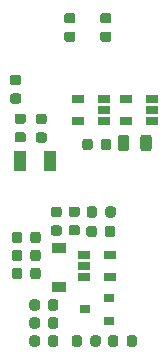
<source format=gbr>
G04 #@! TF.GenerationSoftware,KiCad,Pcbnew,(5.1.9)-1*
G04 #@! TF.CreationDate,2021-01-24T00:06:14-06:00*
G04 #@! TF.ProjectId,BlueMicro840,426c7565-4d69-4637-926f-3834302e6b69,rev?*
G04 #@! TF.SameCoordinates,Original*
G04 #@! TF.FileFunction,Paste,Top*
G04 #@! TF.FilePolarity,Positive*
%FSLAX46Y46*%
G04 Gerber Fmt 4.6, Leading zero omitted, Abs format (unit mm)*
G04 Created by KiCad (PCBNEW (5.1.9)-1) date 2021-01-24 00:06:14*
%MOMM*%
%LPD*%
G01*
G04 APERTURE LIST*
%ADD10R,1.000000X1.800000*%
%ADD11R,1.060000X0.650000*%
%ADD12R,1.200000X0.900000*%
%ADD13R,0.900000X0.800000*%
G04 APERTURE END LIST*
G36*
G01*
X101572033Y-138512525D02*
X101572033Y-139025025D01*
G75*
G02*
X101353283Y-139243775I-218750J0D01*
G01*
X100915783Y-139243775D01*
G75*
G02*
X100697033Y-139025025I0J218750D01*
G01*
X100697033Y-138512525D01*
G75*
G02*
X100915783Y-138293775I218750J0D01*
G01*
X101353283Y-138293775D01*
G75*
G02*
X101572033Y-138512525I0J-218750D01*
G01*
G37*
G36*
G01*
X99997033Y-138512525D02*
X99997033Y-139025025D01*
G75*
G02*
X99778283Y-139243775I-218750J0D01*
G01*
X99340783Y-139243775D01*
G75*
G02*
X99122033Y-139025025I0J218750D01*
G01*
X99122033Y-138512525D01*
G75*
G02*
X99340783Y-138293775I218750J0D01*
G01*
X99778283Y-138293775D01*
G75*
G02*
X99997033Y-138512525I0J-218750D01*
G01*
G37*
G36*
G01*
X103973533Y-128103025D02*
X103973533Y-127590525D01*
G75*
G02*
X104192283Y-127371775I218750J0D01*
G01*
X104629783Y-127371775D01*
G75*
G02*
X104848533Y-127590525I0J-218750D01*
G01*
X104848533Y-128103025D01*
G75*
G02*
X104629783Y-128321775I-218750J0D01*
G01*
X104192283Y-128321775D01*
G75*
G02*
X103973533Y-128103025I0J218750D01*
G01*
G37*
G36*
G01*
X105548533Y-128103025D02*
X105548533Y-127590525D01*
G75*
G02*
X105767283Y-127371775I218750J0D01*
G01*
X106204783Y-127371775D01*
G75*
G02*
X106423533Y-127590525I0J-218750D01*
G01*
X106423533Y-128103025D01*
G75*
G02*
X106204783Y-128321775I-218750J0D01*
G01*
X105767283Y-128321775D01*
G75*
G02*
X105548533Y-128103025I0J218750D01*
G01*
G37*
D10*
X98360533Y-123528775D03*
X100860533Y-123528775D03*
D11*
X107273533Y-120160775D03*
X107273533Y-118260775D03*
X109473533Y-118260775D03*
X109473533Y-119210775D03*
X109473533Y-120160775D03*
X103717533Y-131468775D03*
X103717533Y-132418775D03*
X103717533Y-133368775D03*
X105917533Y-133368775D03*
X105917533Y-131468775D03*
G36*
G01*
X105777034Y-139025025D02*
X105777034Y-138512525D01*
G75*
G02*
X105995784Y-138293775I218750J0D01*
G01*
X106433284Y-138293775D01*
G75*
G02*
X106652034Y-138512525I0J-218750D01*
G01*
X106652034Y-139025025D01*
G75*
G02*
X106433284Y-139243775I-218750J0D01*
G01*
X105995784Y-139243775D01*
G75*
G02*
X105777034Y-139025025I0J218750D01*
G01*
G37*
G36*
G01*
X107352034Y-139025025D02*
X107352034Y-138512525D01*
G75*
G02*
X107570784Y-138293775I218750J0D01*
G01*
X108008284Y-138293775D01*
G75*
G02*
X108227034Y-138512525I0J-218750D01*
G01*
X108227034Y-139025025D01*
G75*
G02*
X108008284Y-139243775I-218750J0D01*
G01*
X107570784Y-139243775D01*
G75*
G02*
X107352034Y-139025025I0J218750D01*
G01*
G37*
G36*
G01*
X98596783Y-121959775D02*
X98084283Y-121959775D01*
G75*
G02*
X97865533Y-121741025I0J218750D01*
G01*
X97865533Y-121303525D01*
G75*
G02*
X98084283Y-121084775I218750J0D01*
G01*
X98596783Y-121084775D01*
G75*
G02*
X98815533Y-121303525I0J-218750D01*
G01*
X98815533Y-121741025D01*
G75*
G02*
X98596783Y-121959775I-218750J0D01*
G01*
G37*
G36*
G01*
X98596783Y-120384775D02*
X98084283Y-120384775D01*
G75*
G02*
X97865533Y-120166025I0J218750D01*
G01*
X97865533Y-119728525D01*
G75*
G02*
X98084283Y-119509775I218750J0D01*
G01*
X98596783Y-119509775D01*
G75*
G02*
X98815533Y-119728525I0J-218750D01*
G01*
X98815533Y-120166025D01*
G75*
G02*
X98596783Y-120384775I-218750J0D01*
G01*
G37*
G36*
G01*
X99862283Y-119535276D02*
X100374783Y-119535276D01*
G75*
G02*
X100593533Y-119754026I0J-218750D01*
G01*
X100593533Y-120191526D01*
G75*
G02*
X100374783Y-120410276I-218750J0D01*
G01*
X99862283Y-120410276D01*
G75*
G02*
X99643533Y-120191526I0J218750D01*
G01*
X99643533Y-119754026D01*
G75*
G02*
X99862283Y-119535276I218750J0D01*
G01*
G37*
G36*
G01*
X99862283Y-121110276D02*
X100374783Y-121110276D01*
G75*
G02*
X100593533Y-121329026I0J-218750D01*
G01*
X100593533Y-121766526D01*
G75*
G02*
X100374783Y-121985276I-218750J0D01*
G01*
X99862283Y-121985276D01*
G75*
G02*
X99643533Y-121766526I0J218750D01*
G01*
X99643533Y-121329026D01*
G75*
G02*
X99862283Y-121110276I218750J0D01*
G01*
G37*
G36*
G01*
X97703283Y-116233275D02*
X98215783Y-116233275D01*
G75*
G02*
X98434533Y-116452025I0J-218750D01*
G01*
X98434533Y-116889525D01*
G75*
G02*
X98215783Y-117108275I-218750J0D01*
G01*
X97703283Y-117108275D01*
G75*
G02*
X97484533Y-116889525I0J218750D01*
G01*
X97484533Y-116452025D01*
G75*
G02*
X97703283Y-116233275I218750J0D01*
G01*
G37*
G36*
G01*
X97703283Y-117808275D02*
X98215783Y-117808275D01*
G75*
G02*
X98434533Y-118027025I0J-218750D01*
G01*
X98434533Y-118464525D01*
G75*
G02*
X98215783Y-118683275I-218750J0D01*
G01*
X97703283Y-118683275D01*
G75*
G02*
X97484533Y-118464525I0J218750D01*
G01*
X97484533Y-118027025D01*
G75*
G02*
X97703283Y-117808275I218750J0D01*
G01*
G37*
G36*
G01*
X99997033Y-135464525D02*
X99997033Y-135977025D01*
G75*
G02*
X99778283Y-136195775I-218750J0D01*
G01*
X99340783Y-136195775D01*
G75*
G02*
X99122033Y-135977025I0J218750D01*
G01*
X99122033Y-135464525D01*
G75*
G02*
X99340783Y-135245775I218750J0D01*
G01*
X99778283Y-135245775D01*
G75*
G02*
X99997033Y-135464525I0J-218750D01*
G01*
G37*
G36*
G01*
X101572033Y-135464525D02*
X101572033Y-135977025D01*
G75*
G02*
X101353283Y-136195775I-218750J0D01*
G01*
X100915783Y-136195775D01*
G75*
G02*
X100697033Y-135977025I0J218750D01*
G01*
X100697033Y-135464525D01*
G75*
G02*
X100915783Y-135245775I218750J0D01*
G01*
X101353283Y-135245775D01*
G75*
G02*
X101572033Y-135464525I0J-218750D01*
G01*
G37*
G36*
G01*
X105167533Y-122388025D02*
X105167533Y-121875525D01*
G75*
G02*
X105386283Y-121656775I218750J0D01*
G01*
X105823783Y-121656775D01*
G75*
G02*
X106042533Y-121875525I0J-218750D01*
G01*
X106042533Y-122388025D01*
G75*
G02*
X105823783Y-122606775I-218750J0D01*
G01*
X105386283Y-122606775D01*
G75*
G02*
X105167533Y-122388025I0J218750D01*
G01*
G37*
G36*
G01*
X103592533Y-122388025D02*
X103592533Y-121875525D01*
G75*
G02*
X103811283Y-121656775I218750J0D01*
G01*
X104248783Y-121656775D01*
G75*
G02*
X104467533Y-121875525I0J-218750D01*
G01*
X104467533Y-122388025D01*
G75*
G02*
X104248783Y-122606775I-218750J0D01*
G01*
X103811283Y-122606775D01*
G75*
G02*
X103592533Y-122388025I0J218750D01*
G01*
G37*
G36*
G01*
X99198533Y-131786025D02*
X99198533Y-131273525D01*
G75*
G02*
X99417283Y-131054775I218750J0D01*
G01*
X99854783Y-131054775D01*
G75*
G02*
X100073533Y-131273525I0J-218750D01*
G01*
X100073533Y-131786025D01*
G75*
G02*
X99854783Y-132004775I-218750J0D01*
G01*
X99417283Y-132004775D01*
G75*
G02*
X99198533Y-131786025I0J218750D01*
G01*
G37*
G36*
G01*
X97623533Y-131786025D02*
X97623533Y-131273525D01*
G75*
G02*
X97842283Y-131054775I218750J0D01*
G01*
X98279783Y-131054775D01*
G75*
G02*
X98498533Y-131273525I0J-218750D01*
G01*
X98498533Y-131786025D01*
G75*
G02*
X98279783Y-132004775I-218750J0D01*
G01*
X97842283Y-132004775D01*
G75*
G02*
X97623533Y-131786025I0J218750D01*
G01*
G37*
G36*
G01*
X105523033Y-129754025D02*
X105523033Y-129241525D01*
G75*
G02*
X105741783Y-129022775I218750J0D01*
G01*
X106179283Y-129022775D01*
G75*
G02*
X106398033Y-129241525I0J-218750D01*
G01*
X106398033Y-129754025D01*
G75*
G02*
X106179283Y-129972775I-218750J0D01*
G01*
X105741783Y-129972775D01*
G75*
G02*
X105523033Y-129754025I0J218750D01*
G01*
G37*
G36*
G01*
X103948033Y-129754025D02*
X103948033Y-129241525D01*
G75*
G02*
X104166783Y-129022775I218750J0D01*
G01*
X104604283Y-129022775D01*
G75*
G02*
X104823033Y-129241525I0J-218750D01*
G01*
X104823033Y-129754025D01*
G75*
G02*
X104604283Y-129972775I-218750J0D01*
G01*
X104166783Y-129972775D01*
G75*
G02*
X103948033Y-129754025I0J218750D01*
G01*
G37*
G36*
G01*
X103168783Y-128258775D02*
X102656283Y-128258775D01*
G75*
G02*
X102437533Y-128040025I0J218750D01*
G01*
X102437533Y-127602525D01*
G75*
G02*
X102656283Y-127383775I218750J0D01*
G01*
X103168783Y-127383775D01*
G75*
G02*
X103387533Y-127602525I0J-218750D01*
G01*
X103387533Y-128040025D01*
G75*
G02*
X103168783Y-128258775I-218750J0D01*
G01*
G37*
G36*
G01*
X103168783Y-129833775D02*
X102656283Y-129833775D01*
G75*
G02*
X102437533Y-129615025I0J218750D01*
G01*
X102437533Y-129177525D01*
G75*
G02*
X102656283Y-128958775I218750J0D01*
G01*
X103168783Y-128958775D01*
G75*
G02*
X103387533Y-129177525I0J-218750D01*
G01*
X103387533Y-129615025D01*
G75*
G02*
X103168783Y-129833775I-218750J0D01*
G01*
G37*
G36*
G01*
X101644783Y-129859281D02*
X101132283Y-129859281D01*
G75*
G02*
X100913533Y-129640531I0J218750D01*
G01*
X100913533Y-129203031D01*
G75*
G02*
X101132283Y-128984281I218750J0D01*
G01*
X101644783Y-128984281D01*
G75*
G02*
X101863533Y-129203031I0J-218750D01*
G01*
X101863533Y-129640531D01*
G75*
G02*
X101644783Y-129859281I-218750J0D01*
G01*
G37*
G36*
G01*
X101644783Y-128284281D02*
X101132283Y-128284281D01*
G75*
G02*
X100913533Y-128065531I0J218750D01*
G01*
X100913533Y-127628031D01*
G75*
G02*
X101132283Y-127409281I218750J0D01*
G01*
X101644783Y-127409281D01*
G75*
G02*
X101863533Y-127628031I0J-218750D01*
G01*
X101863533Y-128065531D01*
G75*
G02*
X101644783Y-128284281I-218750J0D01*
G01*
G37*
G36*
G01*
X100073533Y-129749525D02*
X100073533Y-130262025D01*
G75*
G02*
X99854783Y-130480775I-218750J0D01*
G01*
X99417283Y-130480775D01*
G75*
G02*
X99198533Y-130262025I0J218750D01*
G01*
X99198533Y-129749525D01*
G75*
G02*
X99417283Y-129530775I218750J0D01*
G01*
X99854783Y-129530775D01*
G75*
G02*
X100073533Y-129749525I0J-218750D01*
G01*
G37*
G36*
G01*
X98498533Y-129749525D02*
X98498533Y-130262025D01*
G75*
G02*
X98279783Y-130480775I-218750J0D01*
G01*
X97842283Y-130480775D01*
G75*
G02*
X97623533Y-130262025I0J218750D01*
G01*
X97623533Y-129749525D01*
G75*
G02*
X97842283Y-129530775I218750J0D01*
G01*
X98279783Y-129530775D01*
G75*
G02*
X98498533Y-129749525I0J-218750D01*
G01*
G37*
G36*
G01*
X99997033Y-136988525D02*
X99997033Y-137501025D01*
G75*
G02*
X99778283Y-137719775I-218750J0D01*
G01*
X99340783Y-137719775D01*
G75*
G02*
X99122033Y-137501025I0J218750D01*
G01*
X99122033Y-136988525D01*
G75*
G02*
X99340783Y-136769775I218750J0D01*
G01*
X99778283Y-136769775D01*
G75*
G02*
X99997033Y-136988525I0J-218750D01*
G01*
G37*
G36*
G01*
X101572033Y-136988525D02*
X101572033Y-137501025D01*
G75*
G02*
X101353283Y-137719775I-218750J0D01*
G01*
X100915783Y-137719775D01*
G75*
G02*
X100697033Y-137501025I0J218750D01*
G01*
X100697033Y-136988525D01*
G75*
G02*
X100915783Y-136769775I218750J0D01*
G01*
X101353283Y-136769775D01*
G75*
G02*
X101572033Y-136988525I0J-218750D01*
G01*
G37*
G36*
G01*
X97623533Y-133310025D02*
X97623533Y-132797525D01*
G75*
G02*
X97842283Y-132578775I218750J0D01*
G01*
X98279783Y-132578775D01*
G75*
G02*
X98498533Y-132797525I0J-218750D01*
G01*
X98498533Y-133310025D01*
G75*
G02*
X98279783Y-133528775I-218750J0D01*
G01*
X97842283Y-133528775D01*
G75*
G02*
X97623533Y-133310025I0J218750D01*
G01*
G37*
G36*
G01*
X99198533Y-133310025D02*
X99198533Y-132797525D01*
G75*
G02*
X99417283Y-132578775I218750J0D01*
G01*
X99854783Y-132578775D01*
G75*
G02*
X100073533Y-132797525I0J-218750D01*
G01*
X100073533Y-133310025D01*
G75*
G02*
X99854783Y-133528775I-218750J0D01*
G01*
X99417283Y-133528775D01*
G75*
G02*
X99198533Y-133310025I0J218750D01*
G01*
G37*
G36*
G01*
X105153533Y-138512525D02*
X105153533Y-139025025D01*
G75*
G02*
X104934783Y-139243775I-218750J0D01*
G01*
X104497283Y-139243775D01*
G75*
G02*
X104278533Y-139025025I0J218750D01*
G01*
X104278533Y-138512525D01*
G75*
G02*
X104497283Y-138293775I218750J0D01*
G01*
X104934783Y-138293775D01*
G75*
G02*
X105153533Y-138512525I0J-218750D01*
G01*
G37*
G36*
G01*
X103578533Y-138512525D02*
X103578533Y-139025025D01*
G75*
G02*
X103359783Y-139243775I-218750J0D01*
G01*
X102922283Y-139243775D01*
G75*
G02*
X102703533Y-139025025I0J218750D01*
G01*
X102703533Y-138512525D01*
G75*
G02*
X102922283Y-138293775I218750J0D01*
G01*
X103359783Y-138293775D01*
G75*
G02*
X103578533Y-138512525I0J-218750D01*
G01*
G37*
D12*
X101642533Y-134196775D03*
X101642533Y-130896775D03*
D13*
X105817533Y-137051775D03*
X105817533Y-135151775D03*
X103817533Y-136101775D03*
G36*
G01*
X109466033Y-121548525D02*
X109466033Y-122461025D01*
G75*
G02*
X109222283Y-122704775I-243750J0D01*
G01*
X108734783Y-122704775D01*
G75*
G02*
X108491033Y-122461025I0J243750D01*
G01*
X108491033Y-121548525D01*
G75*
G02*
X108734783Y-121304775I243750J0D01*
G01*
X109222283Y-121304775D01*
G75*
G02*
X109466033Y-121548525I0J-243750D01*
G01*
G37*
G36*
G01*
X107591033Y-121548525D02*
X107591033Y-122461025D01*
G75*
G02*
X107347283Y-122704775I-243750J0D01*
G01*
X106859783Y-122704775D01*
G75*
G02*
X106616033Y-122461025I0J243750D01*
G01*
X106616033Y-121548525D01*
G75*
G02*
X106859783Y-121304775I243750J0D01*
G01*
X107347283Y-121304775D01*
G75*
G02*
X107591033Y-121548525I0J-243750D01*
G01*
G37*
G36*
G01*
X105835783Y-113450775D02*
X105323283Y-113450775D01*
G75*
G02*
X105104533Y-113232025I0J218750D01*
G01*
X105104533Y-112794525D01*
G75*
G02*
X105323283Y-112575775I218750J0D01*
G01*
X105835783Y-112575775D01*
G75*
G02*
X106054533Y-112794525I0J-218750D01*
G01*
X106054533Y-113232025D01*
G75*
G02*
X105835783Y-113450775I-218750J0D01*
G01*
G37*
G36*
G01*
X105835783Y-111875775D02*
X105323283Y-111875775D01*
G75*
G02*
X105104533Y-111657025I0J218750D01*
G01*
X105104533Y-111219525D01*
G75*
G02*
X105323283Y-111000775I218750J0D01*
G01*
X105835783Y-111000775D01*
G75*
G02*
X106054533Y-111219525I0J-218750D01*
G01*
X106054533Y-111657025D01*
G75*
G02*
X105835783Y-111875775I-218750J0D01*
G01*
G37*
G36*
G01*
X102787783Y-111875775D02*
X102275283Y-111875775D01*
G75*
G02*
X102056533Y-111657025I0J218750D01*
G01*
X102056533Y-111219525D01*
G75*
G02*
X102275283Y-111000775I218750J0D01*
G01*
X102787783Y-111000775D01*
G75*
G02*
X103006533Y-111219525I0J-218750D01*
G01*
X103006533Y-111657025D01*
G75*
G02*
X102787783Y-111875775I-218750J0D01*
G01*
G37*
G36*
G01*
X102787783Y-113450775D02*
X102275283Y-113450775D01*
G75*
G02*
X102056533Y-113232025I0J218750D01*
G01*
X102056533Y-112794525D01*
G75*
G02*
X102275283Y-112575775I218750J0D01*
G01*
X102787783Y-112575775D01*
G75*
G02*
X103006533Y-112794525I0J-218750D01*
G01*
X103006533Y-113232025D01*
G75*
G02*
X102787783Y-113450775I-218750J0D01*
G01*
G37*
D11*
X105409533Y-120160775D03*
X105409533Y-119210775D03*
X105409533Y-118260775D03*
X103209533Y-118260775D03*
X103209533Y-120160775D03*
M02*

</source>
